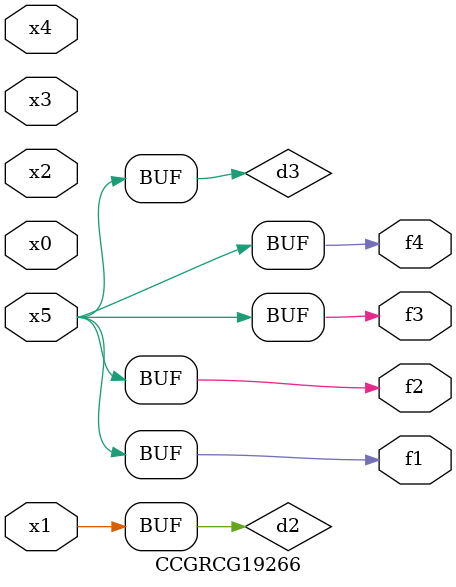
<source format=v>
module CCGRCG19266(
	input x0, x1, x2, x3, x4, x5,
	output f1, f2, f3, f4
);

	wire d1, d2, d3;

	not (d1, x5);
	or (d2, x1);
	xnor (d3, d1);
	assign f1 = d3;
	assign f2 = d3;
	assign f3 = d3;
	assign f4 = d3;
endmodule

</source>
